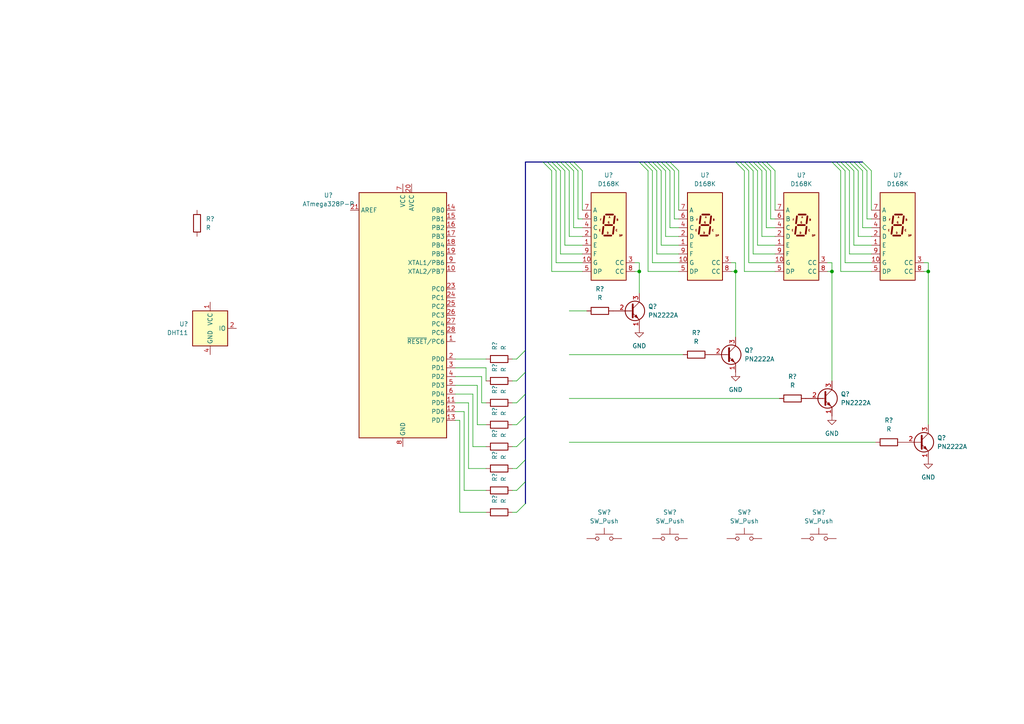
<source format=kicad_sch>
(kicad_sch (version 20211123) (generator eeschema)
  (paper "A4")
  (lib_symbols
    (symbol "Device:R" (pin_numbers hide) (pin_names (offset 0))
      (property "Reference" "R" (at 2.032 0 90))
      (property "Value" "R" (at 0 0 90))
      (symbol "R_0_1"
        (rectangle (start -1.016 -2.54) (end 1.016 2.54) (stroke (width 0.254)))
      )
      (symbol "R_1_1"
        (pin passive line (at 0 3.81 270) (length 1.27) (name "~") (number "1"))
        (pin passive line (at 0 -3.81 90) (length 1.27) (name "~") (number "2"))
      )
    )
    (symbol "Display_Character:D168K"
      (property "Reference" "U" (at -2.54 13.97 0))
      (property "Value" "D168K" (at 1.27 13.97 0))
      (symbol "D168K_0_0"
        (text "A" (at 0.254 5.588 0) (effects (font (size 0.508 0.508))))
        (text "B" (at 2.54 4.826 0) (effects (font (size 0.508 0.508))))
        (text "C" (at 2.286 1.778 0) (effects (font (size 0.508 0.508))))
        (text "D" (at -0.254 1.016 0) (effects (font (size 0.508 0.508))))
        (text "DP" (at 3.556 0.254 0) (effects (font (size 0.508 0.508))))
        (text "E" (at -2.54 1.778 0) (effects (font (size 0.508 0.508))))
        (text "F" (at -2.286 4.826 0) (effects (font (size 0.508 0.508))))
        (text "G" (at 0 4.064 0) (effects (font (size 0.508 0.508))))
      )
      (symbol "D168K_0_1"
        (rectangle (start -5.08 12.7) (end 5.08 -12.7) (stroke (width 0.254)) (fill (type background)))
        (polyline (pts (xy -1.524 2.794) (xy -1.778 0.762)) (stroke (width 0.508)))
        (polyline (pts (xy -1.27 0.254) (xy 0.762 0.254)) (stroke (width 0.508)))
        (polyline (pts (xy -1.27 5.842) (xy -1.524 3.81)) (stroke (width 0.508)))
        (polyline (pts (xy -1.016 3.302) (xy 1.016 3.302)) (stroke (width 0.508)))
        (polyline (pts (xy -0.762 6.35) (xy 1.27 6.35)) (stroke (width 0.508)))
        (polyline (pts (xy 1.524 2.794) (xy 1.27 0.762)) (stroke (width 0.508)))
        (polyline (pts (xy 1.778 5.842) (xy 1.524 3.81)) (stroke (width 0.508)))
        (polyline (pts (xy 2.54 0.254) (xy 2.54 0.254)) (stroke (width 0.508)))
      )
      (symbol "D168K_1_1"
        (pin input line (at -7.62 -2.54 0) (length 2.54) (name "E") (number "1"))
        (pin input line (at -7.62 -7.62 0) (length 2.54) (name "G") (number "10"))
        (pin input line (at -7.62 0 0) (length 2.54) (name "D") (number "2"))
        (pin input line (at 7.62 -7.62 180) (length 2.54) (name "CC") (number "3"))
        (pin input line (at -7.62 2.54 0) (length 2.54) (name "C") (number "4"))
        (pin input line (at -7.62 -10.16 0) (length 2.54) (name "DP") (number "5"))
        (pin input line (at -7.62 5.08 0) (length 2.54) (name "B") (number "6"))
        (pin input line (at -7.62 7.62 0) (length 2.54) (name "A") (number "7"))
        (pin input line (at 7.62 -10.16 180) (length 2.54) (name "CC") (number "8"))
        (pin input line (at -7.62 -5.08 0) (length 2.54) (name "F") (number "9"))
      )
    )
    (symbol "MCU_Microchip_ATmega:ATmega328P-P"
      (property "Reference" "U" (at -12.7 36.83 0))
      (property "Value" "ATmega328P-P" (at 2.54 -36.83 0))
      (symbol "ATmega328P-P_0_1"
        (rectangle (start -12.7 -35.56) (end 12.7 35.56) (stroke (width 0.254)) (fill (type background)))
      )
      (symbol "ATmega328P-P_1_1"
        (pin bidirectional line (at 15.24 -7.62 180) (length 2.54) (name "~{RESET}/PC6") (number "1"))
        (pin bidirectional line (at 15.24 12.7 180) (length 2.54) (name "XTAL2/PB7") (number "10"))
        (pin bidirectional line (at 15.24 -25.4 180) (length 2.54) (name "PD5") (number "11"))
        (pin bidirectional line (at 15.24 -27.94 180) (length 2.54) (name "PD6") (number "12"))
        (pin bidirectional line (at 15.24 -30.48 180) (length 2.54) (name "PD7") (number "13"))
        (pin bidirectional line (at 15.24 30.48 180) (length 2.54) (name "PB0") (number "14"))
        (pin bidirectional line (at 15.24 27.94 180) (length 2.54) (name "PB1") (number "15"))
        (pin bidirectional line (at 15.24 25.4 180) (length 2.54) (name "PB2") (number "16"))
        (pin bidirectional line (at 15.24 22.86 180) (length 2.54) (name "PB3") (number "17"))
        (pin bidirectional line (at 15.24 20.32 180) (length 2.54) (name "PB4") (number "18"))
        (pin bidirectional line (at 15.24 17.78 180) (length 2.54) (name "PB5") (number "19"))
        (pin bidirectional line (at 15.24 -12.7 180) (length 2.54) (name "PD0") (number "2"))
        (pin power_in line (at 2.54 38.1 270) (length 2.54) (name "AVCC") (number "20"))
        (pin passive line (at -15.24 30.48 0) (length 2.54) (name "AREF") (number "21"))
        (pin passive line (at 0 -38.1 90) (length 2.54) hide (name "GND") (number "22"))
        (pin bidirectional line (at 15.24 7.62 180) (length 2.54) (name "PC0") (number "23"))
        (pin bidirectional line (at 15.24 5.08 180) (length 2.54) (name "PC1") (number "24"))
        (pin bidirectional line (at 15.24 2.54 180) (length 2.54) (name "PC2") (number "25"))
        (pin bidirectional line (at 15.24 0 180) (length 2.54) (name "PC3") (number "26"))
        (pin bidirectional line (at 15.24 -2.54 180) (length 2.54) (name "PC4") (number "27"))
        (pin bidirectional line (at 15.24 -5.08 180) (length 2.54) (name "PC5") (number "28"))
        (pin bidirectional line (at 15.24 -15.24 180) (length 2.54) (name "PD1") (number "3"))
        (pin bidirectional line (at 15.24 -17.78 180) (length 2.54) (name "PD2") (number "4"))
        (pin bidirectional line (at 15.24 -20.32 180) (length 2.54) (name "PD3") (number "5"))
        (pin bidirectional line (at 15.24 -22.86 180) (length 2.54) (name "PD4") (number "6"))
        (pin power_in line (at 0 38.1 270) (length 2.54) (name "VCC") (number "7"))
        (pin power_in line (at 0 -38.1 90) (length 2.54) (name "GND") (number "8"))
        (pin bidirectional line (at 15.24 15.24 180) (length 2.54) (name "XTAL1/PB6") (number "9"))
      )
    )
    (symbol "Sensor:DHT11"
      (property "Reference" "U" (at -3.81 6.35 0))
      (property "Value" "DHT11" (at 3.81 6.35 0))
      (symbol "DHT11_0_1"
        (rectangle (start -5.08 5.08) (end 5.08 -5.08) (stroke (width 0.254)) (fill (type background)))
      )
      (symbol "DHT11_1_1"
        (pin power_in line (at 0 7.62 270) (length 2.54) (name "VCC") (number "1"))
        (pin bidirectional line (at 7.62 0 180) (length 2.54) (name "IO") (number "2"))
        (pin no_connect line (at -5.08 0 0) (length 2.54) hide (name "NC") (number "3"))
        (pin power_in line (at 0 -7.62 90) (length 2.54) (name "GND") (number "4"))
      )
    )
    (symbol "Switch:SW_Push" (pin_numbers hide) (pin_names (offset 1.016) hide)
      (property "Reference" "SW" (at 1.27 2.54 0))
      (property "Value" "SW_Push" (at 0 -1.524 0))
      (symbol "SW_Push_0_1"
        (circle (center -2.032 0) (radius 0.508))
        (polyline (pts (xy 0 1.27) (xy 0 3.048)))
        (polyline (pts (xy 2.54 1.27) (xy -2.54 1.27)))
        (circle (center 2.032 0) (radius 0.508))
        (pin passive line (at -5.08 0 0) (length 2.54) (name "1") (number "1"))
        (pin passive line (at 5.08 0 180) (length 2.54) (name "2") (number "2"))
      )
    )
    (symbol "Transistor_BJT:PN2222A" (pin_names (offset 0) hide)
      (property "Reference" "Q" (at 5.08 1.905 0))
      (property "Value" "PN2222A" (at 5.08 0 0))
      (symbol "PN2222A_0_1"
        (polyline (pts (xy 0 0) (xy 0.635 0)))
        (polyline (pts (xy 2.54 -2.54) (xy 0.635 -0.635)))
        (polyline (pts (xy 2.54 2.54) (xy 0.635 0.635)))
        (polyline (pts (xy 0.635 1.905) (xy 0.635 -1.905) (xy 0.635 -1.905)) (stroke (width 0.508)))
        (polyline (pts (xy 2.413 -2.413) (xy 1.905 -1.905) (xy 1.905 -1.905)))
        (polyline (pts (xy 1.143 -1.651) (xy 1.651 -1.143) (xy 2.159 -2.159) (xy 1.143 -1.651) (xy 1.143 -1.651)) (fill (type outline)))
        (circle (center 1.27 0) (radius 2.8194) (stroke (width 0.254)))
      )
      (symbol "PN2222A_1_1"
        (pin passive line (at 2.54 -5.08 90) (length 2.54) (name "E") (number "1"))
        (pin input line (at -5.08 0 0) (length 5.08) (name "B") (number "2"))
        (pin passive line (at 2.54 5.08 270) (length 2.54) (name "C") (number "3"))
      )
    )
    (symbol "power:GND" (power) (pin_names (offset 0))
      (property "Value" "GND" (at 0 -3.81 0))
      (symbol "GND_0_1"
        (polyline (pts (xy 0 0) (xy 0 -1.27) (xy 1.27 -1.27) (xy 0 -2.54) (xy -1.27 -1.27) (xy 0 -1.27)))
      )
      (symbol "GND_1_1"
        (pin power_in line (at 0 0 270) (length 0) hide (name "GND") (number "1"))
      )
    )
  )
  (junction (at 241.3 78.74))
  (junction (at 269.24 78.74))
  (junction (at 213.36 78.74))
  (junction (at 185.42 78.74))
  (bus_entry (at 215.9 49.53) (size -2.54 -2.54))
  (bus_entry (at 217.17 49.53) (size -2.54 -2.54))
  (bus_entry (at 194.31 49.53) (size -2.54 -2.54))
  (bus_entry (at 195.58 49.53) (size -2.54 -2.54))
  (bus_entry (at 196.85 49.53) (size -2.54 -2.54))
  (bus_entry (at 187.96 49.53) (size -2.54 -2.54))
  (bus_entry (at 190.5 49.53) (size -2.54 -2.54))
  (bus_entry (at 189.23 49.53) (size -2.54 -2.54))
  (bus_entry (at 191.77 49.53) (size -2.54 -2.54))
  (bus_entry (at 193.04 49.53) (size -2.54 -2.54))
  (bus_entry (at 160.02 49.53) (size -2.54 -2.54))
  (bus_entry (at 161.29 49.53) (size -2.54 -2.54))
  (bus_entry (at 162.56 49.53) (size -2.54 -2.54))
  (bus_entry (at 163.83 49.53) (size -2.54 -2.54))
  (bus_entry (at 165.1 49.53) (size -2.54 -2.54))
  (bus_entry (at 166.37 49.53) (size -2.54 -2.54))
  (bus_entry (at 167.64 49.53) (size -2.54 -2.54))
  (bus_entry (at 168.91 49.53) (size -2.54 -2.54))
  (bus_entry (at 218.44 49.53) (size -2.54 -2.54))
  (bus_entry (at 219.71 49.53) (size -2.54 -2.54))
  (bus_entry (at 220.98 49.53) (size -2.54 -2.54))
  (bus_entry (at 222.25 49.53) (size -2.54 -2.54))
  (bus_entry (at 223.52 49.53) (size -2.54 -2.54))
  (bus_entry (at 224.79 49.53) (size -2.54 -2.54))
  (bus_entry (at 243.84 49.53) (size -2.54 -2.54))
  (bus_entry (at 245.11 49.53) (size -2.54 -2.54))
  (bus_entry (at 246.38 49.53) (size -2.54 -2.54))
  (bus_entry (at 247.65 49.53) (size -2.54 -2.54))
  (bus_entry (at 248.92 49.53) (size -2.54 -2.54))
  (bus_entry (at 250.19 49.53) (size -2.54 -2.54))
  (bus_entry (at 251.46 49.53) (size -2.54 -2.54))
  (bus_entry (at 252.73 49.53) (size -2.54 -2.54))
  (bus_entry (at 149.86 110.49) (size 2.54 -2.54))
  (bus_entry (at 149.86 104.14) (size 2.54 -2.54))
  (bus_entry (at 149.86 129.54) (size 2.54 -2.54))
  (bus_entry (at 149.86 135.89) (size 2.54 -2.54))
  (bus_entry (at 149.86 123.19) (size 2.54 -2.54))
  (bus_entry (at 149.86 116.84) (size 2.54 -2.54))
  (bus_entry (at 149.86 142.24) (size 2.54 -2.54))
  (bus_entry (at 149.86 148.59) (size 2.54 -2.54))
  (wire (pts (xy 166.37 49.53) (xy 166.37 66.04)))
  (wire (pts (xy 224.79 78.74) (xy 215.9 78.74)))
  (wire (pts (xy 187.96 49.53) (xy 187.96 78.74)))
  (wire (pts (xy 184.15 76.2) (xy 185.42 76.2)))
  (wire (pts (xy 138.43 111.76) (xy 138.43 123.19)))
  (wire (pts (xy 162.56 73.66) (xy 162.56 49.53)))
  (wire (pts (xy 132.08 119.38) (xy 134.62 119.38)))
  (wire (pts (xy 212.09 78.74) (xy 213.36 78.74)))
  (wire (pts (xy 148.59 104.14) (xy 149.86 104.14)))
  (wire (pts (xy 184.15 78.74) (xy 185.42 78.74)))
  (wire (pts (xy 251.46 49.53) (xy 251.46 63.5)))
  (wire (pts (xy 167.64 49.53) (xy 167.64 63.5)))
  (bus (pts (xy 152.4 46.99) (xy 157.48 46.99)))
  (bus (pts (xy 241.3 46.99) (xy 242.57 46.99)))
  (wire (pts (xy 223.52 49.53) (xy 223.52 63.5)))
  (wire (pts (xy 217.17 49.53) (xy 217.17 76.2)))
  (wire (pts (xy 148.59 110.49) (xy 149.86 110.49)))
  (bus (pts (xy 248.92 46.99) (xy 250.19 46.99)))
  (bus (pts (xy 152.4 101.6) (xy 152.4 107.95)))
  (bus (pts (xy 214.63 46.99) (xy 215.9 46.99)))
  (bus (pts (xy 152.4 107.95) (xy 152.4 114.3)))
  (wire (pts (xy 163.83 71.12) (xy 163.83 49.53)))
  (wire (pts (xy 168.91 49.53) (xy 168.91 60.96)))
  (wire (pts (xy 196.85 71.12) (xy 191.77 71.12)))
  (wire (pts (xy 148.59 148.59) (xy 149.86 148.59)))
  (wire (pts (xy 165.1 90.17) (xy 170.18 90.17)))
  (wire (pts (xy 224.79 76.2) (xy 217.17 76.2)))
  (bus (pts (xy 186.69 46.99) (xy 187.96 46.99)))
  (wire (pts (xy 168.91 66.04) (xy 166.37 66.04)))
  (wire (pts (xy 132.08 111.76) (xy 138.43 111.76)))
  (bus (pts (xy 194.31 46.99) (xy 213.36 46.99)))
  (wire (pts (xy 148.59 116.84) (xy 149.86 116.84)))
  (wire (pts (xy 165.1 128.27) (xy 254 128.27)))
  (wire (pts (xy 165.1 49.53) (xy 165.1 68.58)))
  (wire (pts (xy 196.85 49.53) (xy 196.85 60.96)))
  (bus (pts (xy 215.9 46.99) (xy 217.17 46.99)))
  (wire (pts (xy 212.09 76.2) (xy 213.36 76.2)))
  (bus (pts (xy 166.37 46.99) (xy 185.42 46.99)))
  (wire (pts (xy 243.84 49.53) (xy 243.84 78.74)))
  (wire (pts (xy 148.59 123.19) (xy 149.86 123.19)))
  (wire (pts (xy 190.5 73.66) (xy 190.5 49.53)))
  (wire (pts (xy 224.79 68.58) (xy 220.98 68.58)))
  (bus (pts (xy 163.83 46.99) (xy 165.1 46.99)))
  (wire (pts (xy 148.59 129.54) (xy 149.86 129.54)))
  (wire (pts (xy 132.08 104.14) (xy 140.97 104.14)))
  (wire (pts (xy 252.73 66.04) (xy 250.19 66.04)))
  (wire (pts (xy 269.24 78.74) (xy 269.24 123.19)))
  (bus (pts (xy 161.29 46.99) (xy 162.56 46.99)))
  (bus (pts (xy 152.4 133.35) (xy 152.4 139.7)))
  (wire (pts (xy 137.16 129.54) (xy 140.97 129.54)))
  (wire (pts (xy 165.1 115.57) (xy 226.06 115.57)))
  (bus (pts (xy 152.4 46.99) (xy 152.4 101.6)))
  (bus (pts (xy 191.77 46.99) (xy 193.04 46.99)))
  (wire (pts (xy 267.97 76.2) (xy 269.24 76.2)))
  (wire (pts (xy 195.58 49.53) (xy 195.58 63.5)))
  (wire (pts (xy 252.73 78.74) (xy 243.84 78.74)))
  (wire (pts (xy 245.11 49.53) (xy 245.11 76.2)))
  (wire (pts (xy 241.3 76.2) (xy 241.3 78.74)))
  (wire (pts (xy 168.91 68.58) (xy 165.1 68.58)))
  (bus (pts (xy 246.38 46.99) (xy 247.65 46.99)))
  (wire (pts (xy 248.92 49.53) (xy 248.92 68.58)))
  (bus (pts (xy 162.56 46.99) (xy 163.83 46.99)))
  (wire (pts (xy 196.85 63.5) (xy 195.58 63.5)))
  (wire (pts (xy 193.04 49.53) (xy 193.04 68.58)))
  (wire (pts (xy 139.7 116.84) (xy 140.97 116.84)))
  (wire (pts (xy 133.35 148.59) (xy 140.97 148.59)))
  (wire (pts (xy 138.43 123.19) (xy 140.97 123.19)))
  (wire (pts (xy 185.42 78.74) (xy 185.42 85.09)))
  (wire (pts (xy 196.85 76.2) (xy 189.23 76.2)))
  (wire (pts (xy 240.03 78.74) (xy 241.3 78.74)))
  (wire (pts (xy 224.79 63.5) (xy 223.52 63.5)))
  (wire (pts (xy 168.91 78.74) (xy 160.02 78.74)))
  (wire (pts (xy 196.85 68.58) (xy 193.04 68.58)))
  (wire (pts (xy 224.79 73.66) (xy 218.44 73.66)))
  (wire (pts (xy 134.62 119.38) (xy 134.62 142.24)))
  (wire (pts (xy 132.08 121.92) (xy 133.35 121.92)))
  (wire (pts (xy 135.89 116.84) (xy 135.89 135.89)))
  (wire (pts (xy 165.1 102.87) (xy 198.12 102.87)))
  (wire (pts (xy 241.3 78.74) (xy 241.3 110.49)))
  (wire (pts (xy 132.08 109.22) (xy 139.7 109.22)))
  (wire (pts (xy 140.97 106.68) (xy 140.97 110.49)))
  (bus (pts (xy 247.65 46.99) (xy 248.92 46.99)))
  (wire (pts (xy 240.03 76.2) (xy 241.3 76.2)))
  (wire (pts (xy 224.79 49.53) (xy 224.79 60.96)))
  (bus (pts (xy 218.44 46.99) (xy 219.71 46.99)))
  (wire (pts (xy 191.77 71.12) (xy 191.77 49.53)))
  (wire (pts (xy 213.36 78.74) (xy 213.36 97.79)))
  (wire (pts (xy 269.24 76.2) (xy 269.24 78.74)))
  (wire (pts (xy 196.85 66.04) (xy 194.31 66.04)))
  (wire (pts (xy 135.89 135.89) (xy 140.97 135.89)))
  (wire (pts (xy 213.36 76.2) (xy 213.36 78.74)))
  (wire (pts (xy 189.23 49.53) (xy 189.23 76.2)))
  (bus (pts (xy 217.17 46.99) (xy 218.44 46.99)))
  (wire (pts (xy 250.19 49.53) (xy 250.19 66.04)))
  (wire (pts (xy 161.29 49.53) (xy 161.29 76.2)))
  (bus (pts (xy 193.04 46.99) (xy 194.31 46.99)))
  (bus (pts (xy 152.4 139.7) (xy 152.4 146.05)))
  (wire (pts (xy 134.62 142.24) (xy 140.97 142.24)))
  (bus (pts (xy 190.5 46.99) (xy 191.77 46.99)))
  (wire (pts (xy 160.02 49.53) (xy 160.02 78.74)))
  (wire (pts (xy 168.91 76.2) (xy 161.29 76.2)))
  (wire (pts (xy 137.16 114.3) (xy 137.16 129.54)))
  (wire (pts (xy 252.73 71.12) (xy 247.65 71.12)))
  (wire (pts (xy 168.91 71.12) (xy 163.83 71.12)))
  (bus (pts (xy 242.57 46.99) (xy 243.84 46.99)))
  (bus (pts (xy 152.4 127) (xy 152.4 133.35)))
  (wire (pts (xy 168.91 63.5) (xy 167.64 63.5)))
  (wire (pts (xy 194.31 49.53) (xy 194.31 66.04)))
  (wire (pts (xy 222.25 49.53) (xy 222.25 66.04)))
  (wire (pts (xy 148.59 135.89) (xy 149.86 135.89)))
  (bus (pts (xy 152.4 114.3) (xy 152.4 120.65)))
  (bus (pts (xy 245.11 46.99) (xy 246.38 46.99)))
  (wire (pts (xy 185.42 76.2) (xy 185.42 78.74)))
  (wire (pts (xy 132.08 114.3) (xy 137.16 114.3)))
  (wire (pts (xy 252.73 49.53) (xy 252.73 60.96)))
  (bus (pts (xy 220.98 46.99) (xy 222.25 46.99)))
  (bus (pts (xy 219.71 46.99) (xy 220.98 46.99)))
  (wire (pts (xy 252.73 68.58) (xy 248.92 68.58)))
  (wire (pts (xy 218.44 73.66) (xy 218.44 49.53)))
  (wire (pts (xy 252.73 63.5) (xy 251.46 63.5)))
  (bus (pts (xy 222.25 46.99) (xy 241.3 46.99)))
  (wire (pts (xy 168.91 73.66) (xy 162.56 73.66)))
  (wire (pts (xy 224.79 66.04) (xy 222.25 66.04)))
  (wire (pts (xy 132.08 106.68) (xy 140.97 106.68)))
  (bus (pts (xy 185.42 46.99) (xy 186.69 46.99)))
  (wire (pts (xy 215.9 49.53) (xy 215.9 78.74)))
  (wire (pts (xy 220.98 49.53) (xy 220.98 68.58)))
  (bus (pts (xy 187.96 46.99) (xy 189.23 46.99)))
  (bus (pts (xy 243.84 46.99) (xy 245.11 46.99)))
  (wire (pts (xy 246.38 73.66) (xy 246.38 49.53)))
  (wire (pts (xy 267.97 78.74) (xy 269.24 78.74)))
  (wire (pts (xy 133.35 121.92) (xy 133.35 148.59)))
  (bus (pts (xy 189.23 46.99) (xy 190.5 46.99)))
  (wire (pts (xy 148.59 142.24) (xy 149.86 142.24)))
  (wire (pts (xy 224.79 71.12) (xy 219.71 71.12)))
  (wire (pts (xy 139.7 109.22) (xy 139.7 116.84)))
  (bus (pts (xy 165.1 46.99) (xy 166.37 46.99)))
  (wire (pts (xy 132.08 116.84) (xy 135.89 116.84)))
  (wire (pts (xy 196.85 78.74) (xy 187.96 78.74)))
  (bus (pts (xy 158.75 46.99) (xy 160.02 46.99)))
  (wire (pts (xy 219.71 71.12) (xy 219.71 49.53)))
  (bus (pts (xy 213.36 46.99) (xy 214.63 46.99)))
  (bus (pts (xy 152.4 120.65) (xy 152.4 127)))
  (wire (pts (xy 247.65 71.12) (xy 247.65 49.53)))
  (wire (pts (xy 252.73 76.2) (xy 245.11 76.2)))
  (bus (pts (xy 157.48 46.99) (xy 158.75 46.99)))
  (wire (pts (xy 196.85 73.66) (xy 190.5 73.66)))
  (bus (pts (xy 160.02 46.99) (xy 161.29 46.99)))
  (wire (pts (xy 252.73 73.66) (xy 246.38 73.66)))
  (symbol (lib_id "Switch:SW_Push") (at 237.49 156.21 0) (unit 1)
    (property "Reference" "SW?" (at 237.49 148.59 0))
    (property "Value" "SW_Push" (at 237.49 151.13 0))
  )
  (symbol (lib_id "Device:R") (at 144.78 129.54 90) (unit 1)
    (property "Reference" "R?" (at 143.5099 127 0) (effects (justify left)))
    (property "Value" "R" (at 146.0499 127 0) (effects (justify left)))
    (property "Footprint" "Resistor_THT:R_Axial_DIN0204_L3.6mm_D1.6mm_P5.08mm_Horizontal" (effects hide))
  )
  (symbol (lib_id "Device:R") (at 257.81 128.27 90) (unit 1)
    (property "Reference" "R?" (at 257.81 121.92 90))
    (property "Value" "R" (at 257.81 124.46 90))
    (property "Footprint" "Resistor_THT:R_Axial_DIN0204_L3.6mm_D1.6mm_P5.08mm_Horizontal" (effects hide))
  )
  (symbol (lib_id "Device:R") (at 201.93 102.87 90) (unit 1)
    (property "Reference" "R?" (at 201.93 96.52 90))
    (property "Value" "R" (at 201.93 99.06 90))
    (property "Footprint" "Resistor_THT:R_Axial_DIN0204_L3.6mm_D1.6mm_P5.08mm_Horizontal" (effects hide))
  )
  (symbol (lib_id "Transistor_BJT:PN2222A") (at 210.82 102.87 0) (unit 1)
    (property "Reference" "Q?" (at 215.9 101.5999 0) (effects (justify left)))
    (property "Value" "PN2222A" (at 215.9 104.1399 0) (effects (justify left)))
    (property "Footprint" "Package_TO_SOT_THT:TO-92_Inline" (effects hide))
    (property "Datasheet" "https://www.onsemi.com/pub/Collateral/PN2222-D.PDF" (effects hide))
  )
  (symbol (lib_id "Sensor:DHT11") (at 60.96 95.25 0) (unit 1)
    (property "Reference" "U?" (at 54.61 93.9799 0) (effects (justify right)))
    (property "Value" "DHT11" (at 54.61 96.5199 0) (effects (justify right)))
    (property "Footprint" "Sensor:Aosong_DHT11_5.5x12.0_P2.54mm" (effects hide))
    (property "Datasheet" "http://akizukidenshi.com/download/ds/aosong/DHT11.pdf" (effects hide))
  )
  (symbol (lib_id "Switch:SW_Push") (at 194.31 156.21 0) (unit 1)
    (property "Reference" "SW?" (at 194.31 148.59 0))
    (property "Value" "SW_Push" (at 194.31 151.13 0))
  )
  (symbol (lib_id "Transistor_BJT:PN2222A") (at 182.88 90.17 0) (unit 1)
    (property "Reference" "Q?" (at 187.96 88.8999 0) (effects (justify left)))
    (property "Value" "PN2222A" (at 187.96 91.4399 0) (effects (justify left)))
    (property "Footprint" "Package_TO_SOT_THT:TO-92_Inline" (effects hide))
    (property "Datasheet" "https://www.onsemi.com/pub/Collateral/PN2222-D.PDF" (effects hide))
  )
  (symbol (lib_id "power:GND") (at 213.36 107.95 0) (unit 1)
    (property "Reference" "#PWR?" (effects hide))
    (property "Value" "GND" (at 213.36 113.03 0))
  )
  (symbol (lib_id "Display_Character:D168K") (at 176.53 68.58 0) (unit 1)
    (property "Reference" "U?" (at 176.53 50.8 0))
    (property "Value" "D168K" (at 176.53 53.34 0))
    (property "Footprint" "Display_7Segment:D1X8K" (effects hide))
    (property "Datasheet" "https://ia800903.us.archive.org/24/items/CTKD1x8K/Cromatek%20D168K.pdf" (effects hide))
  )
  (symbol (lib_id "Device:R") (at 229.87 115.57 90) (unit 1)
    (property "Reference" "R?" (at 229.87 109.22 90))
    (property "Value" "R" (at 229.87 111.76 90))
    (property "Footprint" "Resistor_THT:R_Axial_DIN0204_L3.6mm_D1.6mm_P5.08mm_Horizontal" (effects hide))
  )
  (symbol (lib_id "power:GND") (at 269.24 133.35 0) (unit 1)
    (property "Reference" "#PWR?" (effects hide))
    (property "Value" "GND" (at 269.24 138.43 0))
  )
  (symbol (lib_id "Device:R") (at 57.15 64.77 0) (unit 1)
    (property "Reference" "R?" (at 59.69 63.4999 0) (effects (justify left)))
    (property "Value" "R" (at 59.69 66.0399 0) (effects (justify left)))
    (property "Footprint" "Resistor_THT:R_Axial_DIN0204_L3.6mm_D1.6mm_P5.08mm_Horizontal" (effects hide))
  )
  (symbol (lib_id "Switch:SW_Push") (at 175.26 156.21 0) (unit 1)
    (property "Reference" "SW?" (at 175.26 148.59 0))
    (property "Value" "SW_Push" (at 175.26 151.13 0))
  )
  (symbol (lib_id "power:GND") (at 185.42 95.25 0) (unit 1)
    (property "Reference" "#PWR?" (effects hide))
    (property "Value" "GND" (at 185.42 100.33 0))
  )
  (symbol (lib_id "Display_Character:D168K") (at 232.41 68.58 0) (unit 1)
    (property "Reference" "U?" (at 232.41 50.8 0))
    (property "Value" "D168K" (at 232.41 53.34 0))
    (property "Footprint" "Display_7Segment:D1X8K" (effects hide))
    (property "Datasheet" "https://ia800903.us.archive.org/24/items/CTKD1x8K/Cromatek%20D168K.pdf" (effects hide))
  )
  (symbol (lib_id "MCU_Microchip_ATmega:ATmega328P-P") (at 116.84 91.44 0) (unit 1)
    (property "Reference" "U?" (at 95.25 56.6293 0))
    (property "Value" "ATmega328P-P" (at 95.25 59.1693 0))
    (property "Footprint" "Package_DIP:DIP-28_W7.62mm" (effects hide))
    (property "Datasheet" "http://ww1.microchip.com/downloads/en/DeviceDoc/ATmega328_P%20AVR%20MCU%20with%20picoPower%20Technology%20Data%20Sheet%2040001984A.pdf" (effects hide))
  )
  (symbol (lib_id "Transistor_BJT:PN2222A") (at 266.7 128.27 0) (unit 1)
    (property "Reference" "Q?" (at 271.78 126.9999 0) (effects (justify left)))
    (property "Value" "PN2222A" (at 271.78 129.5399 0) (effects (justify left)))
    (property "Footprint" "Package_TO_SOT_THT:TO-92_Inline" (effects hide))
    (property "Datasheet" "https://www.onsemi.com/pub/Collateral/PN2222-D.PDF" (effects hide))
  )
  (symbol (lib_id "Device:R") (at 173.99 90.17 90) (unit 1)
    (property "Reference" "R?" (at 173.99 83.82 90))
    (property "Value" "R" (at 173.99 86.36 90))
    (property "Footprint" "Resistor_THT:R_Axial_DIN0204_L3.6mm_D1.6mm_P5.08mm_Horizontal" (effects hide))
  )
  (symbol (lib_id "power:GND") (at 241.3 120.65 0) (unit 1)
    (property "Reference" "#PWR?" (effects hide))
    (property "Value" "GND" (at 241.3 125.73 0))
  )
  (symbol (lib_id "Device:R") (at 144.78 123.19 90) (unit 1)
    (property "Reference" "R?" (at 143.5099 120.65 0) (effects (justify left)))
    (property "Value" "R" (at 146.0499 120.65 0) (effects (justify left)))
    (property "Footprint" "Resistor_THT:R_Axial_DIN0204_L3.6mm_D1.6mm_P5.08mm_Horizontal" (effects hide))
  )
  (symbol (lib_id "Device:R") (at 144.78 135.89 90) (unit 1)
    (property "Reference" "R?" (at 143.5099 133.35 0) (effects (justify left)))
    (property "Value" "R" (at 146.0499 133.35 0) (effects (justify left)))
    (property "Footprint" "Resistor_THT:R_Axial_DIN0204_L3.6mm_D1.6mm_P5.08mm_Horizontal" (effects hide))
  )
  (symbol (lib_id "Device:R") (at 144.78 142.24 90) (unit 1)
    (property "Reference" "R?" (at 143.5099 139.7 0) (effects (justify left)))
    (property "Value" "R" (at 146.0499 139.7 0) (effects (justify left)))
    (property "Footprint" "Resistor_THT:R_Axial_DIN0204_L3.6mm_D1.6mm_P5.08mm_Horizontal" (effects hide))
  )
  (symbol (lib_id "Device:R") (at 144.78 110.49 90) (unit 1)
    (property "Reference" "R?" (at 143.5099 107.95 0) (effects (justify left)))
    (property "Value" "R" (at 146.0499 107.95 0) (effects (justify left)))
    (property "Footprint" "Resistor_THT:R_Axial_DIN0204_L3.6mm_D1.6mm_P5.08mm_Horizontal" (effects hide))
  )
  (symbol (lib_id "Switch:SW_Push") (at 215.9 156.21 0) (unit 1)
    (property "Reference" "SW?" (at 215.9 148.59 0))
    (property "Value" "SW_Push" (at 215.9 151.13 0))
  )
  (symbol (lib_id "Display_Character:D168K") (at 260.35 68.58 0) (unit 1)
    (property "Reference" "U?" (at 260.35 50.8 0))
    (property "Value" "D168K" (at 260.35 53.34 0))
    (property "Footprint" "Display_7Segment:D1X8K" (effects hide))
    (property "Datasheet" "https://ia800903.us.archive.org/24/items/CTKD1x8K/Cromatek%20D168K.pdf" (effects hide))
  )
  (symbol (lib_id "Device:R") (at 144.78 148.59 90) (unit 1)
    (property "Reference" "R?" (at 143.5099 146.05 0) (effects (justify left)))
    (property "Value" "R" (at 146.0499 146.05 0) (effects (justify left)))
    (property "Footprint" "Resistor_THT:R_Axial_DIN0204_L3.6mm_D1.6mm_P5.08mm_Horizontal" (effects hide))
  )
  (symbol (lib_id "Transistor_BJT:PN2222A") (at 238.76 115.57 0) (unit 1)
    (property "Reference" "Q?" (at 243.84 114.2999 0) (effects (justify left)))
    (property "Value" "PN2222A" (at 243.84 116.8399 0) (effects (justify left)))
    (property "Footprint" "Package_TO_SOT_THT:TO-92_Inline" (effects hide))
    (property "Datasheet" "https://www.onsemi.com/pub/Collateral/PN2222-D.PDF" (effects hide))
  )
  (symbol (lib_id "Display_Character:D168K") (at 204.47 68.58 0) (unit 1)
    (property "Reference" "U?" (at 204.47 50.8 0))
    (property "Value" "D168K" (at 204.47 53.34 0))
    (property "Footprint" "Display_7Segment:D1X8K" (effects hide))
    (property "Datasheet" "https://ia800903.us.archive.org/24/items/CTKD1x8K/Cromatek%20D168K.pdf" (effects hide))
  )
  (symbol (lib_id "Device:R") (at 144.78 116.84 90) (unit 1)
    (property "Reference" "R?" (at 143.5099 114.3 0) (effects (justify left)))
    (property "Value" "R" (at 146.0499 114.3 0) (effects (justify left)))
    (property "Footprint" "Resistor_THT:R_Axial_DIN0204_L3.6mm_D1.6mm_P5.08mm_Horizontal" (effects hide))
  )
  (symbol (lib_id "Device:R") (at 144.78 104.14 90) (unit 1)
    (property "Reference" "R?" (at 143.5099 101.6 0) (effects (justify left)))
    (property "Value" "R" (at 146.0499 101.6 0) (effects (justify left)))
    (property "Footprint" "Resistor_THT:R_Axial_DIN0204_L3.6mm_D1.6mm_P5.08mm_Horizontal" (effects hide))
  )
)
</source>
